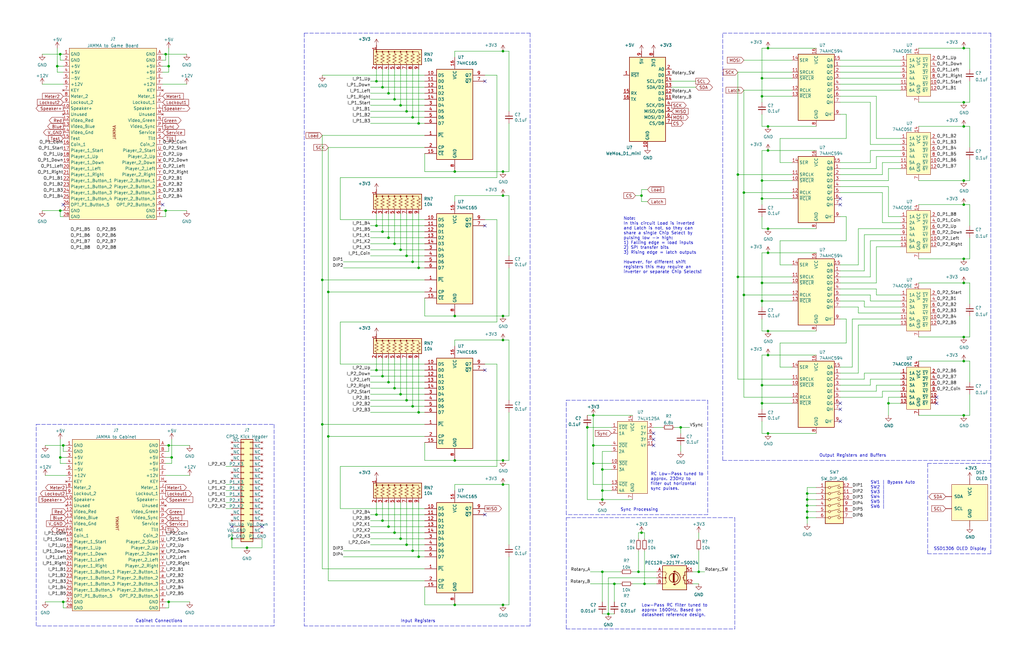
<source format=kicad_sch>
(kicad_sch (version 20211123) (generator eeschema)
  (paper "USLedger")
  (junction (at 259.08 246.38))
  (junction (at 271.78 246.38))
  (junction (at 163.83 100.33))
  (junction (at 406.4 109.22))
  (junction (at 406.4 53.34))
  (junction (at 161.29 158.75))
  (junction (at 321.31 40.64))
  (junction (at 406.4 20.32))
  (junction (at 176.53 113.03))
  (junction (at 168.91 105.41))
  (junction (at 161.29 219.71))
  (junction (at 250.19 195.58))
  (junction (at 321.31 127))
  (junction (at 163.83 39.37))
  (junction (at 69.85 88.9))
  (junction (at 71.12 187.96))
  (junction (at 406.4 86.36))
  (junction (at 406.4 152.4))
  (junction (at 26.67 187.96))
  (junction (at 313.69 124.46))
  (junction (at 168.91 166.37))
  (junction (at 212.09 82.55))
  (junction (at 166.37 41.91))
  (junction (at 171.45 229.87))
  (junction (at 222.25 345.44))
  (junction (at 321.31 83.82))
  (junction (at 212.09 255.27))
  (junction (at 340.36 208.28))
  (junction (at 254 210.82))
  (junction (at 323.85 106.68))
  (junction (at 161.29 36.83))
  (junction (at 250.19 187.96))
  (junction (at 166.37 163.83))
  (junction (at 270.51 82.55))
  (junction (at 256.54 259.08))
  (junction (at 173.99 232.41))
  (junction (at 321.31 170.18))
  (junction (at 25.4 22.86))
  (junction (at 173.99 171.45))
  (junction (at 406.4 142.24))
  (junction (at 25.4 193.04))
  (junction (at 97.79 227.33))
  (junction (at 168.91 227.33))
  (junction (at 173.99 110.49))
  (junction (at 323.85 96.52))
  (junction (at 247.65 180.34))
  (junction (at 191.77 255.27))
  (junction (at 135.89 118.11))
  (junction (at 323.85 182.88))
  (junction (at 340.36 215.9))
  (junction (at 171.45 168.91))
  (junction (at 158.75 217.17))
  (junction (at 191.77 194.31))
  (junction (at 340.36 218.44))
  (junction (at 26.67 254))
  (junction (at 323.85 139.7))
  (junction (at 138.43 123.19))
  (junction (at 254 207.01))
  (junction (at 406.4 76.2))
  (junction (at 212.09 143.51))
  (junction (at 374.65 170.18))
  (junction (at 321.31 162.56))
  (junction (at 171.45 107.95))
  (junction (at 104.14 231.14))
  (junction (at 406.4 175.26))
  (junction (at 171.45 46.99))
  (junction (at 406.4 119.38))
  (junction (at 176.53 173.99))
  (junction (at 163.83 222.25))
  (junction (at 212.09 194.31))
  (junction (at 173.99 49.53))
  (junction (at 294.64 241.3))
  (junction (at 323.85 20.32))
  (junction (at 222.25 309.88))
  (junction (at 323.85 63.5))
  (junction (at 269.24 241.3))
  (junction (at 158.75 156.21))
  (junction (at 25.4 88.9))
  (junction (at 168.91 44.45))
  (junction (at 166.37 102.87))
  (junction (at 287.02 180.34))
  (junction (at 71.12 254))
  (junction (at 24.13 27.94))
  (junction (at 138.43 184.15))
  (junction (at 250.19 175.26))
  (junction (at 158.75 95.25))
  (junction (at 212.09 21.59))
  (junction (at 191.77 72.39))
  (junction (at 176.53 52.07))
  (junction (at 321.31 33.02))
  (junction (at 340.36 210.82))
  (junction (at 135.89 179.07))
  (junction (at 72.39 193.04))
  (junction (at 321.31 76.2))
  (junction (at 163.83 161.29))
  (junction (at 212.09 133.35))
  (junction (at 321.31 119.38))
  (junction (at 158.75 34.29))
  (junction (at 161.29 97.79))
  (junction (at 406.4 43.18))
  (junction (at 212.09 204.47))
  (junction (at 166.37 224.79))
  (junction (at 311.15 73.66))
  (junction (at 340.36 213.36))
  (junction (at 71.12 27.94))
  (junction (at 69.85 22.86))
  (junction (at 254 241.3))
  (junction (at 311.15 116.84))
  (junction (at 212.09 72.39))
  (junction (at 176.53 234.95))
  (junction (at 323.85 149.86))
  (junction (at 191.77 133.35))
  (junction (at 313.69 81.28))
  (junction (at 270.51 224.79))
  (junction (at 323.85 53.34))
  (junction (at 254 198.12))
  (no_connect (at 204.47 217.17))
  (no_connect (at 394.97 170.18))
  (no_connect (at 394.97 167.64))
  (no_connect (at 196.85 294.64))
  (no_connect (at 209.55 294.64))
  (no_connect (at 196.85 330.2))
  (no_connect (at 209.55 330.2))
  (no_connect (at 26.67 86.36))
  (no_connect (at 68.58 86.36))
  (no_connect (at 110.49 222.25))
  (no_connect (at 97.79 222.25))
  (no_connect (at 354.33 170.18))
  (no_connect (at 354.33 172.72))
  (no_connect (at 354.33 83.82))
  (no_connect (at 354.33 86.36))
  (no_connect (at 354.33 177.8))
  (no_connect (at 204.47 95.25))
  (no_connect (at 204.47 34.29))
  (no_connect (at 204.47 156.21))
  (no_connect (at 275.59 182.88))
  (no_connect (at 275.59 187.96))
  (no_connect (at 275.59 185.42))
  (wire (pts (xy 408.94 109.22) (xy 408.94 100.33)))
  (wire (pts (xy 25.4 193.04) (xy 25.4 195.58)))
  (wire (pts (xy 156.21 36.83) (xy 161.29 36.83)))
  (wire (pts (xy 163.83 161.29) (xy 163.83 151.13)))
  (wire (pts (xy 334.01 83.82) (xy 321.31 83.82)))
  (wire (pts (xy 173.99 110.49) (xy 173.99 90.17)))
  (wire (pts (xy 257.81 195.58) (xy 250.19 195.58)))
  (wire (pts (xy 69.85 195.58) (xy 72.39 195.58)))
  (wire (pts (xy 156.21 171.45) (xy 173.99 171.45)))
  (wire (pts (xy 214.63 173.99) (xy 214.63 194.31)))
  (wire (pts (xy 68.58 25.4) (xy 69.85 25.4)))
  (polyline (pts (xy 180.34 281.94) (xy 226.06 281.94)))
  (wire (pts (xy 24.13 27.94) (xy 24.13 30.48)))
  (wire (pts (xy 193.04 304.8) (xy 196.85 304.8)))
  (wire (pts (xy 364.49 129.54) (xy 379.73 129.54)))
  (wire (pts (xy 328.93 101.6) (xy 328.93 111.76)))
  (wire (pts (xy 313.69 124.46) (xy 313.69 81.28)))
  (wire (pts (xy 311.15 160.02) (xy 311.15 116.84)))
  (wire (pts (xy 247.65 180.34) (xy 257.81 180.34)))
  (wire (pts (xy 269.24 232.41) (xy 269.24 241.3)))
  (wire (pts (xy 369.57 40.64) (xy 369.57 58.42)))
  (wire (pts (xy 321.31 134.62) (xy 321.31 139.7)))
  (polyline (pts (xy 128.27 13.97) (xy 223.52 13.97)))
  (wire (pts (xy 144.78 234.95) (xy 176.53 234.95)))
  (wire (pts (xy 179.07 179.07) (xy 135.89 179.07)))
  (wire (pts (xy 143.51 214.63) (xy 179.07 214.63)))
  (wire (pts (xy 68.58 91.44) (xy 69.85 91.44)))
  (wire (pts (xy 168.91 44.45) (xy 168.91 29.21)))
  (polyline (pts (xy 238.76 218.44) (xy 309.88 218.44)))
  (wire (pts (xy 163.83 39.37) (xy 179.07 39.37)))
  (wire (pts (xy 374.65 170.18) (xy 379.73 170.18)))
  (wire (pts (xy 17.78 35.56) (xy 26.67 35.56)))
  (wire (pts (xy 354.33 167.64) (xy 372.11 167.64)))
  (wire (pts (xy 372.11 93.98) (xy 379.73 93.98)))
  (wire (pts (xy 19.05 187.96) (xy 26.67 187.96)))
  (wire (pts (xy 69.85 25.4) (xy 69.85 22.86)))
  (wire (pts (xy 196.85 309.88) (xy 184.15 309.88)))
  (wire (pts (xy 69.85 88.9) (xy 78.74 88.9)))
  (wire (pts (xy 69.85 256.54) (xy 71.12 256.54)))
  (wire (pts (xy 214.63 255.27) (xy 212.09 255.27)))
  (wire (pts (xy 344.17 106.68) (xy 323.85 106.68)))
  (wire (pts (xy 193.04 332.74) (xy 196.85 332.74)))
  (wire (pts (xy 344.17 20.32) (xy 323.85 20.32)))
  (wire (pts (xy 328.93 144.78) (xy 328.93 154.94)))
  (wire (pts (xy 323.85 96.52) (xy 321.31 96.52)))
  (wire (pts (xy 214.63 194.31) (xy 212.09 194.31)))
  (wire (pts (xy 367.03 60.96) (xy 367.03 43.18)))
  (wire (pts (xy 166.37 163.83) (xy 179.07 163.83)))
  (wire (pts (xy 276.86 243.84) (xy 256.54 243.84)))
  (wire (pts (xy 69.85 254) (xy 71.12 254)))
  (wire (pts (xy 209.55 31.75) (xy 209.55 74.93)))
  (wire (pts (xy 191.77 194.31) (xy 179.07 194.31)))
  (wire (pts (xy 156.21 107.95) (xy 171.45 107.95)))
  (wire (pts (xy 287.02 180.34) (xy 290.83 180.34)))
  (wire (pts (xy 321.31 83.82) (xy 321.31 76.2)))
  (wire (pts (xy 387.35 20.32) (xy 406.4 20.32)))
  (wire (pts (xy 259.08 246.38) (xy 261.62 246.38)))
  (wire (pts (xy 313.69 38.1) (xy 334.01 38.1)))
  (wire (pts (xy 25.4 88.9) (xy 26.67 88.9)))
  (wire (pts (xy 204.47 153.67) (xy 209.55 153.67)))
  (wire (pts (xy 72.39 195.58) (xy 72.39 193.04)))
  (wire (pts (xy 191.77 143.51) (xy 212.09 143.51)))
  (polyline (pts (xy 391.16 233.68) (xy 391.16 195.58)))
  (wire (pts (xy 257.81 204.47) (xy 250.19 204.47)))
  (wire (pts (xy 214.63 21.59) (xy 214.63 46.99)))
  (wire (pts (xy 344.17 63.5) (xy 323.85 63.5)))
  (wire (pts (xy 387.35 119.38) (xy 406.4 119.38)))
  (wire (pts (xy 163.83 100.33) (xy 179.07 100.33)))
  (wire (pts (xy 270.51 80.01) (xy 273.05 80.01)))
  (wire (pts (xy 356.87 58.42) (xy 328.93 58.42)))
  (wire (pts (xy 191.77 72.39) (xy 179.07 72.39)))
  (wire (pts (xy 311.15 73.66) (xy 334.01 73.66)))
  (wire (pts (xy 69.85 22.86) (xy 78.74 22.86)))
  (wire (pts (xy 247.65 210.82) (xy 254 210.82)))
  (wire (pts (xy 193.04 292.1) (xy 196.85 292.1)))
  (wire (pts (xy 209.55 342.9) (xy 213.36 342.9)))
  (wire (pts (xy 26.67 254) (xy 27.94 254)))
  (wire (pts (xy 156.21 158.75) (xy 161.29 158.75)))
  (wire (pts (xy 266.7 241.3) (xy 269.24 241.3)))
  (wire (pts (xy 372.11 68.58) (xy 379.73 68.58)))
  (wire (pts (xy 356.87 134.62) (xy 356.87 144.78)))
  (wire (pts (xy 406.4 76.2) (xy 408.94 76.2)))
  (wire (pts (xy 369.57 58.42) (xy 379.73 58.42)))
  (wire (pts (xy 69.85 193.04) (xy 72.39 193.04)))
  (wire (pts (xy 354.33 71.12) (xy 369.57 71.12)))
  (wire (pts (xy 248.92 241.3) (xy 254 241.3)))
  (wire (pts (xy 408.94 86.36) (xy 408.94 95.25)))
  (wire (pts (xy 354.33 129.54) (xy 361.95 129.54)))
  (wire (pts (xy 68.58 22.86) (xy 69.85 22.86)))
  (wire (pts (xy 191.77 21.59) (xy 212.09 21.59)))
  (wire (pts (xy 313.69 25.4) (xy 334.01 25.4)))
  (wire (pts (xy 161.29 158.75) (xy 179.07 158.75)))
  (wire (pts (xy 158.75 95.25) (xy 179.07 95.25)))
  (wire (pts (xy 25.4 185.42) (xy 25.4 193.04)))
  (wire (pts (xy 257.81 187.96) (xy 250.19 187.96)))
  (wire (pts (xy 143.51 196.85) (xy 143.51 214.63)))
  (wire (pts (xy 193.04 335.28) (xy 196.85 335.28)))
  (wire (pts (xy 161.29 219.71) (xy 179.07 219.71)))
  (wire (pts (xy 344.17 149.86) (xy 323.85 149.86)))
  (wire (pts (xy 179.07 62.23) (xy 138.43 62.23)))
  (wire (pts (xy 209.55 307.34) (xy 213.36 307.34)))
  (wire (pts (xy 209.55 345.44) (xy 222.25 345.44)))
  (wire (pts (xy 173.99 49.53) (xy 173.99 29.21)))
  (wire (pts (xy 354.33 160.02) (xy 364.49 160.02)))
  (wire (pts (xy 209.55 74.93) (xy 143.51 74.93)))
  (wire (pts (xy 354.33 162.56) (xy 367.03 162.56)))
  (wire (pts (xy 283.21 36.83) (xy 293.37 36.83)))
  (wire (pts (xy 367.03 43.18) (xy 354.33 43.18)))
  (wire (pts (xy 193.04 342.9) (xy 196.85 342.9)))
  (wire (pts (xy 179.07 133.35) (xy 179.07 125.73)))
  (wire (pts (xy 144.78 232.41) (xy 173.99 232.41)))
  (wire (pts (xy 166.37 41.91) (xy 179.07 41.91)))
  (wire (pts (xy 344.17 139.7) (xy 323.85 139.7)))
  (wire (pts (xy 95.25 204.47) (xy 97.79 204.47)))
  (wire (pts (xy 193.04 325.12) (xy 196.85 325.12)))
  (wire (pts (xy 95.25 214.63) (xy 97.79 214.63)))
  (wire (pts (xy 156.21 166.37) (xy 168.91 166.37)))
  (wire (pts (xy 340.36 210.82) (xy 340.36 213.36)))
  (wire (pts (xy 173.99 232.41) (xy 173.99 212.09)))
  (polyline (pts (xy 238.76 217.17) (xy 238.76 168.91)))
  (wire (pts (xy 156.21 168.91) (xy 171.45 168.91)))
  (wire (pts (xy 179.07 194.31) (xy 179.07 186.69)))
  (wire (pts (xy 209.55 327.66) (xy 213.36 327.66)))
  (wire (pts (xy 156.21 52.07) (xy 176.53 52.07)))
  (wire (pts (xy 193.04 307.34) (xy 196.85 307.34)))
  (wire (pts (xy 68.58 88.9) (xy 69.85 88.9)))
  (wire (pts (xy 406.4 109.22) (xy 408.94 109.22)))
  (wire (pts (xy 374.65 167.64) (xy 379.73 167.64)))
  (wire (pts (xy 379.73 99.06) (xy 364.49 99.06)))
  (wire (pts (xy 344.17 96.52) (xy 323.85 96.52)))
  (wire (pts (xy 356.87 101.6) (xy 328.93 101.6)))
  (wire (pts (xy 166.37 41.91) (xy 166.37 29.21)))
  (wire (pts (xy 334.01 116.84) (xy 311.15 116.84)))
  (wire (pts (xy 387.35 86.36) (xy 406.4 86.36)))
  (wire (pts (xy 369.57 124.46) (xy 379.73 124.46)))
  (wire (pts (xy 209.55 337.82) (xy 222.25 337.82)))
  (wire (pts (xy 212.09 72.39) (xy 191.77 72.39)))
  (polyline (pts (xy 115.57 179.07) (xy 115.57 264.16)))
  (wire (pts (xy 25.4 25.4) (xy 25.4 22.86)))
  (polyline (pts (xy 391.16 195.58) (xy 417.83 195.58)))
  (wire (pts (xy 156.21 227.33) (xy 168.91 227.33)))
  (wire (pts (xy 173.99 49.53) (xy 179.07 49.53)))
  (wire (pts (xy 271.78 232.41) (xy 271.78 246.38)))
  (wire (pts (xy 334.01 160.02) (xy 311.15 160.02)))
  (wire (pts (xy 69.85 200.66) (xy 80.01 200.66)))
  (wire (pts (xy 209.55 92.71) (xy 209.55 135.89)))
  (wire (pts (xy 354.33 114.3) (xy 364.49 114.3)))
  (wire (pts (xy 313.69 167.64) (xy 313.69 124.46)))
  (wire (pts (xy 156.21 100.33) (xy 163.83 100.33)))
  (wire (pts (xy 161.29 36.83) (xy 179.07 36.83)))
  (wire (pts (xy 364.49 160.02) (xy 364.49 157.48)))
  (wire (pts (xy 95.25 196.85) (xy 97.79 196.85)))
  (wire (pts (xy 176.53 212.09) (xy 176.53 234.95)))
  (wire (pts (xy 369.57 121.92) (xy 369.57 124.46)))
  (wire (pts (xy 156.21 156.21) (xy 158.75 156.21)))
  (wire (pts (xy 250.19 175.26) (xy 266.7 175.26)))
  (wire (pts (xy 334.01 170.18) (xy 321.31 170.18)))
  (wire (pts (xy 135.89 179.07) (xy 135.89 240.03)))
  (wire (pts (xy 168.91 227.33) (xy 168.91 212.09)))
  (wire (pts (xy 69.85 190.5) (xy 71.12 190.5)))
  (wire (pts (xy 367.03 127) (xy 379.73 127)))
  (wire (pts (xy 161.29 158.75) (xy 161.29 151.13)))
  (wire (pts (xy 168.91 105.41) (xy 179.07 105.41)))
  (polyline (pts (xy 304.8 13.97) (xy 417.83 13.97)))
  (wire (pts (xy 212.09 21.59) (xy 214.63 21.59)))
  (wire (pts (xy 334.01 167.64) (xy 313.69 167.64)))
  (wire (pts (xy 176.53 173.99) (xy 179.07 173.99)))
  (wire (pts (xy 168.91 166.37) (xy 179.07 166.37)))
  (wire (pts (xy 372.11 68.58) (xy 372.11 73.66)))
  (wire (pts (xy 266.7 246.38) (xy 271.78 246.38)))
  (wire (pts (xy 340.36 213.36) (xy 340.36 215.9)))
  (wire (pts (xy 193.04 297.18) (xy 196.85 297.18)))
  (wire (pts (xy 379.73 60.96) (xy 367.03 60.96)))
  (wire (pts (xy 259.08 246.38) (xy 259.08 254)))
  (wire (pts (xy 27.94 190.5) (xy 26.67 190.5)))
  (wire (pts (xy 257.81 207.01) (xy 254 207.01)))
  (polyline (pts (xy 304.8 194.31) (xy 304.8 13.97)))
  (wire (pts (xy 340.36 205.74) (xy 340.36 208.28)))
  (wire (pts (xy 209.55 299.72) (xy 213.36 299.72)))
  (wire (pts (xy 321.31 119.38) (xy 321.31 106.68)))
  (wire (pts (xy 212.09 204.47) (xy 214.63 204.47)))
  (wire (pts (xy 156.21 163.83) (xy 166.37 163.83)))
  (wire (pts (xy 406.4 142.24) (xy 408.94 142.24)))
  (wire (pts (xy 71.12 30.48) (xy 71.12 27.94)))
  (wire (pts (xy 294.64 241.3) (xy 297.18 241.3)))
  (wire (pts (xy 212.09 143.51) (xy 214.63 143.51)))
  (wire (pts (xy 179.07 57.15) (xy 135.89 57.15)))
  (wire (pts (xy 254 241.3) (xy 254 254)))
  (wire (pts (xy 191.77 204.47) (xy 191.77 207.01)))
  (wire (pts (xy 408.94 175.26) (xy 408.94 166.37)))
  (wire (pts (xy 364.49 157.48) (xy 379.73 157.48)))
  (wire (pts (xy 156.21 161.29) (xy 163.83 161.29)))
  (wire (pts (xy 270.51 85.09) (xy 273.05 85.09)))
  (wire (pts (xy 161.29 36.83) (xy 161.29 29.21)))
  (wire (pts (xy 214.63 82.55) (xy 214.63 107.95)))
  (wire (pts (xy 166.37 163.83) (xy 166.37 151.13)))
  (polyline (pts (xy 304.8 194.31) (xy 417.83 194.31)))
  (wire (pts (xy 143.51 153.67) (xy 179.07 153.67)))
  (wire (pts (xy 408.94 142.24) (xy 408.94 133.35)))
  (wire (pts (xy 374.65 167.64) (xy 374.65 170.18)))
  (wire (pts (xy 144.78 113.03) (xy 176.53 113.03)))
  (polyline (pts (xy 417.83 195.58) (xy 417.83 233.68)))
  (wire (pts (xy 171.45 168.91) (xy 179.07 168.91)))
  (wire (pts (xy 156.21 217.17) (xy 158.75 217.17)))
  (wire (pts (xy 71.12 256.54) (xy 71.12 254)))
  (polyline (pts (xy 238.76 168.91) (xy 298.45 168.91)))
  (wire (pts (xy 138.43 184.15) (xy 179.07 184.15)))
  (wire (pts (xy 71.12 187.96) (xy 80.01 187.96)))
  (wire (pts (xy 212.09 194.31) (xy 191.77 194.31)))
  (wire (pts (xy 270.51 85.09) (xy 270.51 82.55)))
  (wire (pts (xy 321.31 172.72) (xy 321.31 170.18)))
  (wire (pts (xy 254 190.5) (xy 254 198.12)))
  (wire (pts (xy 163.83 222.25) (xy 163.83 212.09)))
  (wire (pts (xy 193.04 340.36) (xy 196.85 340.36)))
  (wire (pts (xy 176.53 151.13) (xy 176.53 173.99)))
  (wire (pts (xy 138.43 245.11) (xy 179.07 245.11)))
  (wire (pts (xy 176.53 234.95) (xy 179.07 234.95)))
  (wire (pts (xy 354.33 78.74) (xy 374.65 78.74)))
  (wire (pts (xy 372.11 167.64) (xy 372.11 165.1)))
  (wire (pts (xy 166.37 224.79) (xy 179.07 224.79)))
  (wire (pts (xy 95.25 212.09) (xy 97.79 212.09)))
  (wire (pts (xy 247.65 175.26) (xy 250.19 175.26)))
  (wire (pts (xy 321.31 177.8) (xy 321.31 182.88)))
  (wire (pts (xy 158.75 217.17) (xy 179.07 217.17)))
  (wire (pts (xy 334.01 124.46) (xy 313.69 124.46)))
  (wire (pts (xy 408.94 53.34) (xy 408.94 62.23)))
  (wire (pts (xy 321.31 86.36) (xy 321.31 83.82)))
  (wire (pts (xy 387.35 152.4) (xy 406.4 152.4)))
  (wire (pts (xy 340.36 208.28) (xy 344.17 208.28)))
  (wire (pts (xy 26.67 27.94) (xy 24.13 27.94)))
  (wire (pts (xy 209.55 196.85) (xy 143.51 196.85)))
  (wire (pts (xy 95.25 207.01) (xy 97.79 207.01)))
  (wire (pts (xy 354.33 25.4) (xy 379.73 25.4)))
  (wire (pts (xy 71.12 254) (xy 80.01 254)))
  (wire (pts (xy 354.33 30.48) (xy 379.73 30.48)))
  (wire (pts (xy 270.51 82.55) (xy 270.51 80.01)))
  (wire (pts (xy 24.13 20.32) (xy 24.13 27.94)))
  (wire (pts (xy 214.63 143.51) (xy 214.63 168.91)))
  (polyline (pts (xy 15.24 179.07) (xy 115.57 179.07)))
  (wire (pts (xy 369.57 104.14) (xy 369.57 119.38)))
  (wire (pts (xy 367.03 162.56) (xy 367.03 160.02)))
  (wire (pts (xy 269.24 241.3) (xy 276.86 241.3)))
  (wire (pts (xy 156.21 224.79) (xy 166.37 224.79)))
  (wire (pts (xy 374.65 170.18) (xy 374.65 175.26)))
  (wire (pts (xy 171.45 46.99) (xy 171.45 29.21)))
  (wire (pts (xy 354.33 154.94) (xy 359.41 154.94)))
  (wire (pts (xy 204.47 92.71) (xy 209.55 92.71)))
  (polyline (pts (xy 391.16 233.68) (xy 417.83 233.68)))
  (wire (pts (xy 321.31 40.64) (xy 321.31 33.02)))
  (wire (pts (xy 250.19 195.58) (xy 250.19 187.96)))
  (wire (pts (xy 158.75 217.17) (xy 158.75 212.09)))
  (wire (pts (xy 214.63 113.03) (xy 214.63 133.35)))
  (wire (pts (xy 214.63 133.35) (xy 212.09 133.35)))
  (wire (pts (xy 156.21 34.29) (xy 158.75 34.29)))
  (wire (pts (xy 26.67 25.4) (xy 25.4 25.4)))
  (wire (pts (xy 27.94 256.54) (xy 26.67 256.54)))
  (wire (pts (xy 156.21 46.99) (xy 171.45 46.99)))
  (wire (pts (xy 406.4 20.32) (xy 408.94 20.32)))
  (wire (pts (xy 176.53 90.17) (xy 176.53 113.03)))
  (polyline (pts (xy 180.34 355.6) (xy 180.34 281.94)))
  (wire (pts (xy 379.73 96.52) (xy 361.95 96.52)))
  (wire (pts (xy 156.21 173.99) (xy 176.53 173.99)))
  (wire (pts (xy 193.04 289.56) (xy 196.85 289.56)))
  (wire (pts (xy 287.02 180.34) (xy 287.02 182.88)))
  (wire (pts (xy 25.4 91.44) (xy 25.4 88.9)))
  (wire (pts (xy 156.21 41.91) (xy 166.37 41.91)))
  (wire (pts (xy 212.09 133.35) (xy 191.77 133.35)))
  (wire (pts (xy 364.49 127) (xy 364.49 129.54)))
  (wire (pts (xy 176.53 113.03) (xy 179.07 113.03)))
  (wire (pts (xy 191.77 204.47) (xy 212.09 204.47)))
  (wire (pts (xy 26.67 190.5) (xy 26.67 187.96)))
  (wire (pts (xy 354.33 76.2) (xy 374.65 76.2)))
  (wire (pts (xy 340.36 208.28) (xy 340.36 210.82)))
  (wire (pts (xy 356.87 144.78) (xy 328.93 144.78)))
  (wire (pts (xy 184.15 345.44) (xy 196.85 345.44)))
  (wire (pts (xy 367.03 63.5) (xy 379.73 63.5)))
  (wire (pts (xy 359.41 134.62) (xy 379.73 134.62)))
  (wire (pts (xy 387.35 76.2) (xy 406.4 76.2)))
  (wire (pts (xy 408.94 152.4) (xy 408.94 161.29)))
  (wire (pts (xy 321.31 91.44) (xy 321.31 96.52)))
  (wire (pts (xy 26.67 91.44) (xy 25.4 91.44)))
  (wire (pts (xy 406.4 53.34) (xy 408.94 53.34)))
  (wire (pts (xy 156.21 97.79) (xy 161.29 97.79)))
  (wire (pts (xy 294.64 224.79) (xy 294.64 227.33)))
  (polyline (pts (xy 15.24 264.16) (xy 15.24 179.07)))
  (wire (pts (xy 321.31 127) (xy 321.31 119.38)))
  (wire (pts (xy 222.25 302.26) (xy 222.25 309.88)))
  (wire (pts (xy 379.73 101.6) (xy 367.03 101.6)))
  (wire (pts (xy 250.19 175.26) (xy 250.19 187.96)))
  (wire (pts (xy 361.95 132.08) (xy 379.73 132.08)))
  (wire (pts (xy 323.85 63.5) (xy 321.31 63.5)))
  (wire (pts (xy 267.97 82.55) (xy 270.51 82.55)))
  (wire (pts (xy 97.79 227.33) (xy 97.79 231.14)))
  (wire (pts (xy 156.21 229.87) (xy 171.45 229.87)))
  (wire (pts (xy 212.09 255.27) (xy 191.77 255.27)))
  (wire (pts (xy 328.93 68.58) (xy 334.01 68.58)))
  (wire (pts (xy 387.35 175.26) (xy 406.4 175.26)))
  (wire (pts (xy 359.41 154.94) (xy 359.41 134.62)))
  (wire (pts (xy 292.1 241.3) (xy 294.64 241.3)))
  (wire (pts (xy 68.58 27.94) (xy 71.12 27.94)))
  (wire (pts (xy 191.77 143.51) (xy 191.77 146.05)))
  (wire (pts (xy 344.17 182.88) (xy 323.85 182.88)))
  (wire (pts (xy 354.33 35.56) (xy 379.73 35.56)))
  (wire (pts (xy 214.63 204.47) (xy 214.63 229.87)))
  (wire (pts (xy 163.83 161.29) (xy 179.07 161.29)))
  (wire (pts (xy 158.75 95.25) (xy 158.75 90.17)))
  (wire (pts (xy 171.45 229.87) (xy 179.07 229.87)))
  (wire (pts (xy 209.55 289.56) (xy 213.36 289.56)))
  (wire (pts (xy 369.57 66.04) (xy 379.73 66.04)))
  (wire (pts (xy 26.67 30.48) (xy 24.13 30.48)))
  (wire (pts (xy 209.55 332.74) (xy 213.36 332.74)))
  (wire (pts (xy 27.94 193.04) (xy 25.4 193.04)))
  (wire (pts (xy 168.91 105.41) (xy 168.91 90.17)))
  (wire (pts (xy 354.33 127) (xy 364.49 127)))
  (wire (pts (xy 163.83 100.33) (xy 163.83 90.17)))
  (wire (pts (xy 334.01 33.02) (xy 321.31 33.02)))
  (wire (pts (xy 328.93 111.76) (xy 334.01 111.76)))
  (wire (pts (xy 367.03 68.58) (xy 367.03 63.5)))
  (wire (pts (xy 283.21 34.29) (xy 293.37 34.29)))
  (wire (pts (xy 17.78 88.9) (xy 25.4 88.9)))
  (wire (pts (xy 344.17 205.74) (xy 340.36 205.74)))
  (wire (pts (xy 171.45 107.95) (xy 171.45 90.17)))
  (wire (pts (xy 321.31 162.56) (xy 321.31 149.86)))
  (wire (pts (xy 269.24 224.79) (xy 270.51 224.79)))
  (polyline (pts (xy 238.76 265.43) (xy 238.76 218.44)))
  (wire (pts (xy 408.94 43.18) (xy 408.94 34.29)))
  (wire (pts (xy 158.75 156.21) (xy 158.75 151.13)))
  (wire (pts (xy 143.51 74.93) (xy 143.51 92.71)))
  (wire (pts (xy 374.65 91.44) (xy 379.73 91.44)))
  (wire (pts (xy 271.78 224.79) (xy 270.51 224.79)))
  (polyline (pts (xy 298.45 217.17) (xy 238.76 217.17)))
  (wire (pts (xy 387.35 142.24) (xy 406.4 142.24)))
  (wire (pts (xy 214.63 52.07) (xy 214.63 72.39)))
  (wire (pts (xy 340.36 215.9) (xy 344.17 215.9)))
  (wire (pts (xy 374.65 71.12) (xy 379.73 71.12)))
  (wire (pts (xy 168.91 227.33) (xy 179.07 227.33)))
  (wire (pts (xy 95.25 209.55) (xy 97.79 209.55)))
  (wire (pts (xy 138.43 184.15) (xy 138.43 245.11)))
  (wire (pts (xy 19.05 200.66) (xy 27.94 200.66)))
  (wire (pts (xy 97.79 224.79) (xy 97.79 227.33)))
  (wire (pts (xy 334.01 119.38) (xy 321.31 119.38)))
  (wire (pts (xy 356.87 48.26) (xy 356.87 58.42)))
  (wire (pts (xy 269.24 227.33) (xy 269.24 224.79)))
  (wire (pts (xy 354.33 27.94) (xy 379.73 27.94)))
  (wire (pts (xy 284.48 180.34) (xy 287.02 180.34)))
  (wire (pts (xy 158.75 34.29) (xy 179.07 34.29)))
  (wire (pts (xy 17.78 22.86) (xy 25.4 22.86)))
  (wire (pts (xy 311.15 116.84) (xy 311.15 73.66)))
  (wire (pts (xy 354.33 165.1) (xy 369.57 165.1)))
  (wire (pts (xy 138.43 62.23) (xy 138.43 123.19)))
  (wire (pts (xy 334.01 76.2) (xy 321.31 76.2)))
  (wire (pts (xy 156.21 95.25) (xy 158.75 95.25)))
  (polyline (pts (xy 309.88 218.44) (xy 309.88 265.43)))
  (wire (pts (xy 254 210.82) (xy 266.7 210.82)))
  (wire (pts (xy 321.31 129.54) (xy 321.31 127)))
  (wire (pts (xy 292.1 246.38) (xy 294.64 246.38)))
  (wire (pts (xy 163.83 39.37) (xy 163.83 29.21)))
  (wire (pts (xy 209.55 309.88) (xy 222.25 309.88)))
  (wire (pts (xy 406.4 86.36) (xy 408.94 86.36)))
  (wire (pts (xy 254 259.08) (xy 256.54 259.08)))
  (wire (pts (xy 256.54 259.08) (xy 259.08 259.08)))
  (wire (pts (xy 323.85 20.32) (xy 321.31 20.32)))
  (wire (pts (xy 271.78 227.33) (xy 271.78 224.79)))
  (wire (pts (xy 156.21 102.87) (xy 166.37 102.87)))
  (wire (pts (xy 222.25 337.82) (xy 222.25 345.44)))
  (polyline (pts (xy 226.06 281.94) (xy 226.06 355.6)))
  (wire (pts (xy 340.36 218.44) (xy 344.17 218.44)))
  (wire (pts (xy 387.35 109.22) (xy 406.4 109.22)))
  (wire (pts (xy 254 207.01) (xy 254 210.82)))
  (wire (pts (xy 135.89 118.11) (xy 135.89 57.15)))
  (polyline (pts (xy 298.45 168.91) (xy 298.45 217.17)))
  (wire (pts (xy 271.78 246.38) (xy 276.86 246.38)))
  (wire (pts (xy 340.36 210.82) (xy 344.17 210.82)))
  (wire (pts (xy 321.31 48.26) (xy 321.31 53.34)))
  (wire (pts (xy 361.95 129.54) (xy 361.95 132.08)))
  (wire (pts (xy 256.54 243.84) (xy 256.54 259.08)))
  (polyline (pts (xy 128.27 13.97) (xy 128.27 264.16)))
  (wire (pts (xy 294.64 232.41) (xy 294.64 241.3)))
  (wire (pts (xy 214.63 234.95) (xy 214.63 255.27)))
  (wire (pts (xy 191.77 82.55) (xy 212.09 82.55)))
  (wire (pts (xy 334.01 162.56) (xy 321.31 162.56)))
  (wire (pts (xy 173.99 232.41) (xy 179.07 232.41)))
  (wire (pts (xy 168.91 44.45) (xy 179.07 44.45)))
  (wire (pts (xy 354.33 81.28) (xy 372.11 81.28)))
  (wire (pts (xy 387.35 53.34) (xy 406.4 53.34)))
  (wire (pts (xy 344.17 53.34) (xy 323.85 53.34)))
  (wire (pts (xy 156.21 219.71) (xy 161.29 219.71)))
  (wire (pts (xy 156.21 105.41) (xy 168.91 105.41)))
  (wire (pts (xy 191.77 82.55) (xy 191.77 85.09)))
  (wire (pts (xy 340.36 218.44) (xy 340.36 220.98)))
  (wire (pts (xy 209.55 153.67) (xy 209.55 196.85)))
  (wire (pts (xy 158.75 156.21) (xy 179.07 156.21)))
  (wire (pts (xy 176.53 52.07) (xy 179.07 52.07)))
  (wire (pts (xy 161.29 97.79) (xy 161.29 90.17)))
  (wire (pts (xy 354.33 91.44) (xy 356.87 91.44)))
  (wire (pts (xy 19.05 254) (xy 26.67 254)))
  (wire (pts (xy 328.93 58.42) (xy 328.93 68.58)))
  (wire (pts (xy 354.33 121.92) (xy 369.57 121.92)))
  (wire (pts (xy 323.85 182.88) (xy 321.31 182.88)))
  (wire (pts (xy 179.07 72.39) (xy 179.07 64.77)))
  (wire (pts (xy 354.33 116.84) (xy 367.03 116.84)))
  (wire (pts (xy 406.4 152.4) (xy 408.94 152.4)))
  (wire (pts (xy 369.57 119.38) (xy 354.33 119.38)))
  (wire (pts (xy 173.99 171.45) (xy 179.07 171.45)))
  (wire (pts (xy 354.33 111.76) (xy 361.95 111.76)))
  (wire (pts (xy 369.57 165.1) (xy 369.57 162.56)))
  (wire (pts (xy 72.39 193.04) (xy 72.39 185.42)))
  (wire (pts (xy 171.45 46.99) (xy 179.07 46.99)))
  (wire (pts (xy 191.77 21.59) (xy 191.77 24.13)))
  (wire (pts (xy 334.01 40.64) (xy 321.31 40.64)))
  (wire (pts (xy 247.65 180.34) (xy 247.65 210.82)))
  (wire (pts (xy 209.55 135.89) (xy 143.51 135.89)))
  (wire (pts (xy 367.03 101.6) (xy 367.03 116.84)))
  (wire (pts (xy 408.94 119.38) (xy 408.94 128.27)))
  (wire (pts (xy 334.01 81.28) (xy 313.69 81.28)))
  (wire (pts (xy 193.04 299.72) (xy 196.85 299.72)))
  (wire (pts (xy 209.55 340.36) (xy 213.36 340.36)))
  (wire (pts (xy 367.03 124.46) (xy 367.03 127)))
  (wire (pts (xy 161.29 219.71) (xy 161.29 212.09)))
  (wire (pts (xy 179.07 118.11) (xy 135.89 118.11)))
  (wire (pts (xy 354.33 48.26) (xy 356.87 48.26)))
  (wire (pts (xy 26.67 256.54) (xy 26.67 254)))
  (wire (pts (xy 110.49 231.14) (xy 104.14 231.14)))
  (wire (pts (xy 367.03 160.02) (xy 379.73 160.02)))
  (wire (pts (xy 254 198.12) (xy 257.81 198.12)))
  (wire (pts (xy 144.78 110.49) (xy 173.99 110.49)))
  (wire (pts (xy 340.36 213.36) (xy 344.17 213.36)))
  (wire (pts (xy 364.49 99.06) (xy 364.49 114.3)))
  (wire (pts (xy 321.31 76.2) (xy 321.31 63.5)))
  (wire (pts (xy 323.85 139.7) (xy 321.31 139.7)))
  (wire (pts (xy 354.33 40.64) (xy 369.57 40.64)))
  (wire (pts (xy 68.58 30.48) (xy 71.12 30.48)))
  (wire (pts (xy 374.65 71.12) (xy 374.65 76.2)))
  (wire (pts (xy 171.45 168.91) (xy 171.45 151.13)))
  (wire (pts (xy 257.81 190.5) (xy 254 190.5)))
  (polyline (pts (xy 238.76 265.43) (xy 309.88 265.43)))
  (wire (pts (xy 161.29 97.79) (xy 179.07 97.79)))
  (polyline (pts (xy 226.06 355.6) (xy 180.34 355.6)))
  (wire (pts (xy 212.09 82.55) (xy 214.63 82.55)))
  (wire (pts (xy 156.21 39.37) (xy 163.83 39.37)))
  (wire (pts (xy 323.85 53.34) (xy 321.31 53.34)))
  (wire (pts (xy 171.45 229.87) (xy 171.45 212.09)))
  (wire (pts (xy 374.65 78.74) (xy 374.65 91.44)))
  (wire (pts (xy 406.4 175.26) (xy 408.94 175.26)))
  (wire (pts (xy 408.94 76.2) (xy 408.94 67.31)))
  (polyline (pts (xy 115.57 264.16) (xy 15.24 264.16)))
  (wire (pts (xy 311.15 30.48) (xy 311.15 73.66)))
  (wire (pts (xy 387.35 43.18) (xy 406.4 43.18)))
  (wire (pts (xy 25.4 22.86) (xy 26.67 22.86)))
  (wire (pts (xy 379.73 104.14) (xy 369.57 104.14)))
  (wire (pts (xy 171.45 107.95) (xy 179.07 107.95)))
  (wire (pts (xy 408.94 20.32) (xy 408.94 29.21)))
  (wire (pts (xy 328.93 154.94) (xy 334.01 154.94)))
  (wire (pts (xy 193.04 337.82) (xy 196.85 337.82)))
  (wire (pts (xy 209.55 292.1) (xy 213.36 292.1)))
  (wire (pts (xy 323.85 149.86) (xy 321.31 149.86)))
  (wire (pts (xy 406.4 119.38) (xy 408.94 119.38)))
  (wire (pts (xy 156.21 222.25) (xy 163.83 222.25)))
  (wire (pts (xy 321.31 170.18) (xy 321.31 162.56)))
  (wire (pts (xy 191.77 255.27) (xy 179.07 255.27)))
  (wire (pts (xy 69.85 91.44) (xy 69.85 88.9)))
  (wire (pts (xy 27.94 195.58) (xy 25.4 195.58)))
  (wire (pts (xy 354.33 157.48) (xy 361.95 157.48)))
  (wire (pts (xy 254 207.01) (xy 254 198.12)))
  (wire (pts (xy 166.37 102.87) (xy 179.07 102.87)))
  (wire (pts (xy 354.33 33.02) (xy 379.73 33.02)))
  (wire (pts (xy 68.58 35.56) (xy 78.74 35.56)))
  (wire (pts (xy 69.85 187.96) (xy 71.12 187.96)))
  (wire (pts (xy 354.33 124.46) (xy 367.03 124.46)))
  (wire (pts (xy 163.83 222.25) (xy 179.07 222.25)))
  (wire (pts (xy 209.55 335.28) (xy 213.36 335.28)))
  (wire (pts (xy 166.37 224.79) (xy 166.37 212.09)))
  (wire (pts (xy 275.59 180.34) (xy 279.4 180.34)))
  (wire (pts (xy 138.43 123.19) (xy 138.43 184.15)))
  (wire (pts (xy 354.33 73.66) (xy 372.11 73.66)))
  (wire (pts (xy 287.02 187.96) (xy 287.02 190.5)))
  (polyline (pts (xy 417.83 13.97) (xy 417.83 194.31)))
  (wire (pts (xy 334.01 127) (xy 321.31 127)))
  (wire (pts (xy 209.55 325.12) (xy 213.36 325.12)))
  (wire (pts (xy 143.51 135.89) (xy 143.51 153.67)))
  (wire (pts (xy 361.95 157.48) (xy 361.95 137.16)))
  (wire (pts (xy 372.11 81.28) (xy 372.11 93.98)))
  (wire (pts (xy 26.67 187.96) (xy 27.94 187.96)))
  (wire (pts (xy 193.04 327.66) (xy 196.85 327.66)))
  (wire (pts (xy 176.53 29.21) (xy 176.53 52.07)))
  (wire (pts (xy 97.79 231.14) (xy 104.14 231.14)))
  (polyline (pts (xy 223.52 264.16) (xy 128.27 264.16)))
  (wire (pts (xy 354.33 38.1) (xy 379.73 38.1)))
  (wire (pts (xy 369.57 162.56) (xy 379.73 162.56)))
  (wire (pts (xy 156.21 49.53) (xy 173.99 49.53)))
  (wire (pts (xy 321.31 43.18) (xy 321.31 40.64)))
  (wire (pts (xy 369.57 66.04) (xy 369.57 71.12)))
  (wire (pts (xy 406.4 43.18) (xy 408.94 43.18)))
  (wire (pts (xy 356.87 91.44) (xy 356.87 101.6)))
  (wire (pts (xy 156.21 44.45) (xy 168.91 44.45)))
  (wire (pts (xy 372.11 165.1) (xy 379.73 165.1)))
  (wire (pts (xy 209.55 302.26) (xy 222.25 302.26)))
  (wire (pts (xy 71.12 190.5) (xy 71.12 187.96)))
  (wire (pts (xy 135.89 31.75) (xy 179.07 31.75)))
  (wire (pts (xy 209.55 297.18) (xy 213.36 297.18)))
  (wire (pts (xy 214.63 72.39) (xy 212.09 72.39)))
  (wire (pts (xy 248.92 246.38) (xy 259.08 246.38)))
  (wire (pts (xy 173.99 171.45) (xy 173.99 151.13)))
  (polyline (pts (xy 223.52 13.97) (xy 223.52 264.16)))
  (wire (pts (xy 166.37 102.87) (xy 166.37 90.17)))
  (wire (pts (xy 340.36 215.9) (xy 340.36 218.44)))
  (wire (pts (xy 191.77 133.35) (xy 179.07 133.35)))
  (wire (pts (xy 71.12 27.94) (xy 71.12 20.32)))
  (wire (pts (xy 323.85 106.68) (xy 321.31 106.68)))
  (wire (pts (xy 179.07 240.03) (xy 135.89 240.03)))
  (wire (pts (xy 361.95 137.16) (xy 379.73 137.16)))
  (wire (pts (xy 135.89 118.11) (xy 135.89 179.07)))
  (wire (pts (xy 193.04 302.26) (xy 196.85 302.26)))
  (wire (pts (xy 354.33 68.58) (xy 367.03 68.58)))
  (wire (pts (xy 204.47 31.75) (xy 209.55 31.75)))
  (wire (pts (xy 250.19 204.47) (xy 250.19 195.58)))
  (wire (pts (xy 254 241.3) (xy 261.62 241.3)))
  (wire (pts (xy 354.33 134.62) (xy 356.87 134.62)))
  (wire (pts (xy 168.91 166.37) (xy 168.91 151.13)))
  (wire (pts (xy 173.99 110.49) (xy 179.07 110.49)))
  (wire (pts (xy 313.69 81.28) (xy 313.69 38.1)))
  (wire (pts (xy 143.51 92.71) (xy 179.07 92.71)))
  (wire (pts (xy 158.75 34.29) (xy 158.75 29.21)))
  (wire (pts (xy 361.95 96.52) (xy 361.95 111.76)))
  (wire (pts (xy 110.49 227.33) (xy 110.49 231.14)))
  (wire (pts (xy 179.07 255.27) (xy 179.07 247.65)))
  (wire (pts (xy 138.43 123.19) (xy 179.07 123.19)))
  (wire (pts (xy 334.01 30.48) (xy 311.15 30.48)))
  (wire (pts (xy 209.55 304.8) (xy 213.36 304.8)))
  (wire (pts (xy 321.31 33.02) (xy 321.31 20.32)))
  (text "Output Headers" (at 195.58 354.33 0) (effects (font (size 1.27 1.27)) (justify left bottom)))
  (text "RC Low-Pass tuned to \napprox. 230Hz to \nfilter out horizontal \nsync pulses." (at 274.32 207.01 0) (effects (font (size 1.27 1.27)) (justify left bottom)))
  (text "SW1 | Bypass Auto\nSW2 | \nSW3 | \nSW4 | \nSW5 | \nSW6 | " (at 367.03 214.63 0) (effects (font (size 1.27 1.27)) (justify left bottom)))
  (text "SSD1306 OLED Display" (at 393.7 232.41 0) (effects (font (size 1.27 1.27)) (justify left bottom)))
  (text "Cabinet Connections" (at 57.15 262.89 0) (effects (font (size 1.27 1.27)) (justify left bottom)))
  (text "Sync Processing" (at 261.62 215.9 0) (effects (font (size 1.27 1.27)) (justify left bottom)))
  (text "Note:\nIn this circuit Load is inverted \nand Latch is not, so they can \nshare a single Chip Select by \npulsing low -> high:\n1) Falling edge = load inputs\n2) SPI transfer bits\n3) Rising edge = latch outputs\n\nHowever, for different shift\nregisters this may require an\ninverter or separate Chip Selects!" (at 262.89 115.57 0) (effects (font (size 1.27 1.27)) (justify left bottom)))
  (text "Input Registers" (at 168.91 262.89 0) (effects (font (size 1.27 1.27)) (justify left bottom)))
  (text "Low-Pass RC filter tuned to\napprox 1600Hz. Based on\ndatasheet reference design." (at 270.51 260.35 0) (effects (font (size 1.27 1.27)) (justify left bottom)))
  (text "Output Registers and Buffers" (at 345.44 193.04 0) (effects (font (size 1.27 1.27)) (justify left bottom)))
  (label "O_P1_B4" (at 394.97 63.5 0))
  (label "O_P1_Start" (at 394.97 35.56 0))
  (label "I_P2_Left" (at 69.85 236.22 0))
  (label "DIP5" (at 359.41 215.9 0))
  (label "O_P2_B3" (at 213.36 335.28 0))
  (label "Rotary_SW" (at 283.21 31.75 0))
  (label "I_P1_Left" (at 156.21 39.37 180))
  (label "O_P2_B7" (at 40.64 102.87 0))
  (label "I_P1_Start" (at 27.94 228.6 180))
  (label "O_P2_B8" (at 394.97 162.56 0))
  (label "O_P1_B1" (at 394.97 38.1 0))
  (label "O_P1_B5" (at 213.36 304.8 0))
  (label "I_P1_B3" (at 27.94 246.38 180))
  (label "I_P1_B5" (at 27.94 251.46 180))
  (label "O_P2_Left" (at 394.97 101.6 0))
  (label "I_P2_B1" (at 69.85 241.3 0))
  (label "O_P2_Down" (at 394.97 99.06 0))
  (label "O_P1_Right" (at 394.97 33.02 0))
  (label "O_P1_B6" (at 394.97 68.58 0))
  (label "I_P1_Right" (at 27.94 238.76 180))
  (label "O_P1_Start" (at 26.67 63.5 180))
  (label "O_P1_Left" (at 394.97 30.48 0))
  (label "I_P2_B5" (at 156.21 219.71 180))
  (label "O_P2_B1" (at 394.97 127 0))
  (label "O_P2_Down" (at 68.58 68.58 0))
  (label "O_P1_Up" (at 26.67 66.04 180))
  (label "I_P1_K1" (at 95.25 209.55 180))
  (label "VSync" (at 290.83 180.34 0))
  (label "I_P2_K1" (at 95.25 212.09 180))
  (label "O_P2_Down" (at 213.36 325.12 0))
  (label "I_P2_Up" (at 69.85 231.14 0))
  (label "O_P2_Up" (at 68.58 66.04 0))
  (label "O_P1_Down" (at 26.67 68.58 180))
  (label "O_P1_Left" (at 26.67 71.12 180))
  (label "Rotary_A" (at 248.92 241.3 180))
  (label "I_P2_Right" (at 69.85 238.76 0))
  (label "I_P2_B1" (at 156.21 168.91 180))
  (label "O_P1_B7" (at 193.04 302.26 180))
  (label "O_P1_B7" (at 394.97 71.12 0))
  (label "I_P1_B1" (at 27.94 241.3 180))
  (label "O_P2_B4" (at 193.04 340.36 180))
  (label "I_P2_K1" (at 156.21 222.25 180))
  (label "O_P2_B1" (at 213.36 332.74 0))
  (label "I_P2_B5" (at 69.85 251.46 0))
  (label "O_P2_Coin" (at 394.97 165.1 0))
  (label "O_P1_B8" (at 394.97 91.44 0))
  (label "O_P1_B4" (at 193.04 304.8 180))
  (label "I_P2_B2" (at 69.85 243.84 0))
  (label "I_P2_K3" (at 95.25 196.85 180))
  (label "I_P1_Start" (at 156.21 44.45 180))
  (label "I_P1_K2" (at 156.21 102.87 180))
  (label "DIP4" (at 359.41 213.36 0))
  (label "I_P1_Coin" (at 27.94 226.06 180))
  (label "O_P1_B1" (at 26.67 76.2 180))
  (label "O_P1_Down" (at 394.97 27.94 0))
  (label "DIP3" (at 359.41 210.82 0))
  (label "O_P1_Right" (at 26.67 73.66 180))
  (label "O_P1_B3" (at 394.97 60.96 0))
  (label "O_P1_B7" (at 38.1 102.87 180))
  (label "I_P2_B3" (at 156.21 173.99 180))
  (label "I_P1_Down" (at 27.94 233.68 180))
  (label "Rotary_A" (at 283.21 39.37 0))
  (label "DIP4" (at 144.78 234.95 180))
  (label "O_P1_B3" (at 26.67 81.28 180))
  (label "O_P2_B2" (at 394.97 129.54 0))
  (label "O_P1_B4" (at 26.67 83.82 180))
  (label "I_P2_Start" (at 69.85 228.6 0))
  (label "I_P2_Left" (at 156.21 161.29 180))
  (label "I_P1_K3" (at 156.21 105.41 180))
  (label "O_P2_Right" (at 68.58 73.66 0))
  (label "I_P1_B2" (at 156.21 49.53 180))
  (label "O_P1_Right" (at 193.04 292.1 180))
  (label "I_P1_Left" (at 27.94 236.22 180))
  (label "I_P1_K1" (at 156.21 100.33 180))
  (label "I_P2_Down" (at 156.21 158.75 180))
  (label "DIP2" (at 359.41 208.28 0))
  (label "O_P1_B5" (at 394.97 66.04 0))
  (label "I_P2_Coin" (at 156.21 229.87 180))
  (label "O_P1_Up" (at 394.97 25.4 0))
  (label "DIP6" (at 359.41 218.44 0))
  (label "O_P1_B2" (at 394.97 58.42 0))
  (label "O_P2_B5" (at 213.36 340.36 0))
  (label "I_P2_Coin" (at 69.85 226.06 0))
  (label "O_P1_Coin" (at 26.67 60.96 180))
  (label "O_P2_B7" (at 193.04 337.82 180))
  (label "I_P2_B2" (at 156.21 171.45 180))
  (label "O_P1_B3" (at 213.36 299.72 0))
  (label "DIP3" (at 144.78 232.41 180))
  (label "Rotary_B" (at 248.92 246.38 180))
  (label "O_P1_B8" (at 38.1 105.41 180))
  (label "O_P2_B3" (at 394.97 132.08 0))
  (label "O_P2_B6" (at 40.64 100.33 0))
  (label "O_P2_B1" (at 68.58 76.2 0))
  (label "O_P2_B7" (at 394.97 160.02 0))
  (label "O_P1_B2" (at 193.04 299.72 180))
  (label "I_P1_B2" (at 27.94 243.84 180))
  (label "I_P1_B1" (at 156.21 46.99 180))
  (label "Rotary_SW" (at 297.18 241.3 0))
  (label "DIP1" (at 359.41 205.74 0))
  (label "O_P1_Start" (at 193.04 297.18 180))
  (label "I_P1_Up" (at 156.21 34.29 180))
  (label "I_P2_Down" (at 69.85 233.68 0))
  (label "O_P1_B1" (at 213.36 297.18 0))
  (label "O_P2_B2" (at 68.58 78.74 0))
  (label "I_P2_K3" (at 156.21 227.33 180))
  (label "I_P1_Right" (at 156.21 41.91 180))
  (label "I_P2_Right" (at 156.21 163.83 180))
  (label "DIP2" (at 144.78 113.03 180))
  (label "I_P2_K2" (at 95.25 214.63 180))
  (label "O_P2_B4" (at 68.58 83.82 0))
  (label "O_P2_B2" (at 193.04 335.28 180))
  (label "I_P2_Start" (at 156.21 166.37 180))
  (label "I_P1_Up" (at 27.94 231.14 180))
  (label "O_P2_B8" (at 40.64 105.41 0))
  (label "I_P1_Coin" (at 156.21 107.95 180))
  (label "O_P2_Right" (at 394.97 104.14 0))
  (label "O_P1_B6" (at 38.1 100.33 180))
  (label "O_P2_B5" (at 40.64 97.79 0))
  (label "I_P1_B5" (at 156.21 97.79 180))
  (label "O_P2_Up" (at 394.97 96.52 0))
  (label "O_P2_Left" (at 68.58 71.12 0))
  (label "O_P2_B4" (at 394.97 134.62 0))
  (label "O_P1_B5" (at 38.1 97.79 180))
  (label "DIP1" (at 144.78 110.49 180))
  (label "O_P2_Right" (at 193.04 327.66 180))
  (label "O_P2_B6" (at 193.04 342.9 180))
  (label "O_P1_Up" (at 193.04 289.56 180))
  (label "I_P1_B4" (at 27.94 248.92 180))
  (label "O_P1_B8" (at 213.36 307.34 0))
  (label "O_P2_B6" (at 394.97 157.48 0))
  (label "I_P1_B4" (at 156.21 95.25 180))
  (label "O_P2_Left" (at 213.36 327.66 0))
  (label "I_P1_K3" (at 95.25 204.47 180))
  (label "O_P1_Left" (at 213.36 292.1 0))
  (label "O_P2_B3" (at 68.58 81.28 0))
  (label "Rotary_B" (at 283.21 41.91 0))
  (label "I_P2_Up" (at 156.21 156.21 180))
  (label "O_P2_Coin" (at 68.58 60.96 0))
  (label "O_P1_Coin" (at 394.97 93.98 0))
  (label "O_P1_Down" (at 213.36 289.56 0))
  (label "I_P2_B4" (at 156.21 217.17 180))
  (label "I_P2_B3" (at 69.85 246.38 0))
  (label "I_P1_Down" (at 156.21 36.83 180))
  (label "O_P2_Start" (at 68.58 63.5 0))
  (label "O_P2_B5" (at 394.97 137.16 0))
  (label "O_P2_Start" (at 394.97 124.46 0))
  (label "O_P2_Start" (at 193.04 332.74 180))
  (label "I_P1_K2" (at 95.25 207.01 180))
  (label "I_P1_B3" (at 156.21 52.07 180))
  (label "O_P2_Up" (at 193.04 325.12 180))
  (label "O_P1_B2" (at 26.67 78.74 180))
  (label "O_P1_B6" (at 193.04 307.34 180))
  (label "I_P2_B4" (at 69.85 248.92 0))
  (label "O_P2_B8" (at 213.36 342.9 0))
  (label "I_P2_K2" (at 156.21 224.79 180))
  (global_label "Lockout2" (shape input) (at 26.67 43.18 180) (property "Intersheet References" "${INTERSHEET_REFS}" (effects hide)))
  (global_label "CS" (shape input) (at 267.97 82.55 180) (property "Intersheet References" "${INTERSHEET_REFS}" (effects hide)))
  (global_label "SDA" (shape bidirectional) (at 293.37 36.83 0) (property "Intersheet References" "${INTERSHEET_REFS}" (effects hide)))
  (global_label "MOSI" (shape input) (at 313.69 25.4 180) (property "Intersheet References" "${INTERSHEET_REFS}" (effects hide)))
  (global_label "Tilt" (shape output) (at 69.85 223.52 0) (property "Intersheet References" "${INTERSHEET_REFS}" (effects hide)))
  (global_label "Green" (shape input) (at 69.85 215.9 0) (property "Intersheet References" "${INTERSHEET_REFS}" (effects hide)))
  (global_label "SCK" (shape input) (at 311.15 30.48 180) (property "Intersheet References" "${INTERSHEET_REFS}" (effects hide)))
  (global_label "Lockout1" (shape input) (at 68.58 43.18 0) (property "Intersheet References" "${INTERSHEET_REFS}" (effects hide)))
  (global_label "Meter1" (shape output) (at 69.85 205.74 0) (property "Intersheet References" "${INTERSHEET_REFS}" (effects hide)))
  (global_label "Sync" (shape input) (at 69.85 218.44 0) (property "Intersheet References" "${INTERSHEET_REFS}" (effects hide)))
  (global_label "Green" (shape output) (at 68.58 50.8 0) (property "Intersheet References" "${INTERSHEET_REFS}" (effects hide)))
  (global_label "MISO" (shape output) (at 204.47 214.63 0) (property "Intersheet References" "${INTERSHEET_REFS}" (effects hide)))
  (global_label "Meter2" (shape output) (at 27.94 205.74 180) (property "Intersheet References" "${INTERSHEET_REFS}" (effects hide)))
  (global_label "Blue" (shape output) (at 26.67 53.34 180) (property "Intersheet References" "${INTERSHEET_REFS}" (effects hide)))
  (global_label "SCK" (shape output) (at 283.21 44.45 0) (property "Intersheet References" "${INTERSHEET_REFS}" (effects hide)))
  (global_label "Service" (shape input) (at 69.85 220.98 0) (property "Intersheet References" "${INTERSHEET_REFS}" (effects hide)))
  (global_label "Latch" (shape input) (at 273.05 85.09 0) (property "Intersheet References" "${INTERSHEET_REFS}" (effects hide)))
  (global_label "Lockout1" (shape output) (at 69.85 208.28 0) (property "Intersheet References" "${INTERSHEET_REFS}" (effects hide)))
  (global_label "Latch" (shape input) (at 313.69 38.1 180) (property "Intersheet References" "${INTERSHEET_REFS}" (effects hide)))
  (global_label "Speaker+" (shape output) (at 26.67 45.72 180) (property "Intersheet References" "${INTERSHEET_REFS}" (effects hide)))
  (global_label "MOSI" (shape output) (at 283.21 49.53 0) (property "Intersheet References" "${INTERSHEET_REFS}" (effects hide)))
  (global_label "Tilt" (shape input) (at 68.58 58.42 0) (property "Intersheet References" "${INTERSHEET_REFS}" (effects hide)))
  (global_label "CS" (shape output) (at 283.21 52.07 0) (property "Intersheet References" "${INTERSHEET_REFS}" (effects hide)))
  (global_label "Speaker-" (shape input) (at 69.85 210.82 0) (property "Intersheet References" "${INTERSHEET_REFS}" (effects hide)))
  (global_label "V_GND" (shape output) (at 26.67 55.88 180) (property "Intersheet References" "${INTERSHEET_REFS}" (effects hide)))
  (global_label "Speaker+" (shape input) (at 27.94 210.82 180) (property "Intersheet References" "${INTERSHEET_REFS}" (effects hide)))
  (global_label "Lockout2" (shape output) (at 27.94 208.28 180) (property "Intersheet References" "${INTERSHEET_REFS}" (effects hide)))
  (global_label "Meter2" (shape input) (at 26.67 40.64 180) (property "Intersheet References" "${INTERSHEET_REFS}" (effects hide)))
  (global_label "Blue" (shape input) (at 27.94 218.44 180) (property "Intersheet References" "${INTERSHEET_REFS}" (effects hide)))
  (global_label "Red" (shape output) (at 26.67 50.8 180) (property "Intersheet References" "${INTERSHEET_REFS}" (effects hide)))
  (global_label "SCK" (shape input) (at 138.43 62.23 180) (property "Intersheet References" "${INTERSHEET_REFS}" (effects hide)))
  (global_label "Speaker-" (shape output) (at 68.58 45.72 0) (property "Intersheet References" "${INTERSHEET_REFS}" (effects hide)))
  (global_label "V_GND" (shape input) (at 27.94 220.98 180) (property "Intersheet References" "${INTERSHEET_REFS}" (effects hide)))
  (global_label "Meter1" (shape input) (at 68.58 40.64 0) (property "Intersheet References" "${INTERSHEET_REFS}" (effects hide)))
  (global_label "Red" (shape input) (at 27.94 215.9 180) (property "Intersheet References" "${INTERSHEET_REFS}" (effects hide)))
  (global_label "MISO" (shape input) (at 283.21 46.99 0) (property "Intersheet References" "${INTERSHEET_REFS}" (effects hide)))
  (global_label "Sync" (shape input) (at 257.81 182.88 180) (property "Intersheet References" "${INTERSHEET_REFS}" (effects hide)))
  (global_label "Test" (shape output) (at 27.94 223.52 180) (property "Intersheet References" "${INTERSHEET_REFS}" (effects hide)))
  (global_label "SDA" (shape bidirectional) (at 398.78 209.55 180) (property "Intersheet References" "${INTERSHEET_REFS}" (effects hide)))
  (global_label "Test" (shape input) (at 26.67 58.42 180) (property "Intersheet References" "${INTERSHEET_REFS}" (effects hide)))
  (global_label "~{Load}" (shape input) (at 135.89 57.15 180) (property "Intersheet References" "${INTERSHEET_REFS}" (effects hide)))
  (global_label "Service" (shape input) (at 68.58 55.88 0) (property "Intersheet References" "${INTERSHEET_REFS}" (effects hide)))
  (global_label "SCL" (shape input) (at 398.78 214.63 180) (property "Intersheet References" "${INTERSHEET_REFS}" (effects hide)))
  (global_label "Sync" (shape output) (at 68.58 53.34 0) (property "Intersheet References" "${INTERSHEET_REFS}" (effects hide)))
  (global_label "SCL" (shape output) (at 293.37 34.29 0) (property "Intersheet References" "${INTERSHEET_REFS}" (effects hide)))
  (global_label "~{Load}" (shape input) (at 273.05 80.01 0) (property "Intersheet References" "${INTERSHEET_REFS}" (effects hide)))
  (symbol (lib_id "MCU_Module:WeMos_D1_mini") (at 273.05 41.91 0) (unit 1)
    (property "Reference" "U?" (at 265.43 62.23 0))
    (property "Value" "WeMos_D1_mini" (at 262.89 64.77 0))
    (property "Footprint" "Module:WEMOS_D1_mini_light" (effects hide))
    (property "Datasheet" "https://wiki.wemos.cc/products:d1:d1_mini#documentation" (effects hide))
  )
  (symbol (lib_id "Device:R_Network08_US") (at 168.91 24.13 0) (unit 1)
    (property "Reference" "RN?" (at 178.7652 22.9616 0) (effects (justify left)))
    (property "Value" "10k" (at 178.7652 25.273 0) (effects (justify left)))
    (property "Footprint" "Resistor_THT:R_Array_SIP9" (effects hide))
    (property "Datasheet" "http://www.vishay.com/docs/31509/csc.pdf" (effects hide))
  )
  (symbol (lib_id "ESP-In-De_Symbols:74AHC594") (at 344.17 35.56 0) (unit 1)
    (property "Reference" "U?" (at 345.44 19.05 0) (effects (justify left)))
    (property "Value" "74AHC594" (at 345.44 21.59 0) (effects (justify left)))
    (property "Datasheet" "https://www.ti.com/lit/ds/symlink/sn74ahc594.pdf?HQS=dis-dk-null-digikeymode-dsf-pf-null-wwe&ts=1614595140527" (effects hide))
  )
  (symbol (lib_id "ESP-In-De_Symbols:74AHC594") (at 344.17 78.74 0) (unit 1)
    (property "Reference" "U?" (at 345.44 62.23 0) (effects (justify left)))
    (property "Value" "74AHC594" (at 345.44 64.77 0) (effects (justify left)))
    (property "Datasheet" "https://www.ti.com/lit/ds/symlink/sn74ahc594.pdf?HQS=dis-dk-null-digikeymode-dsf-pf-null-wwe&ts=1614595140527" (effects hide))
  )
  (symbol (lib_id "ESP-In-De_Symbols:74AHC594") (at 344.17 121.92 0) (unit 1)
    (property "Reference" "U?" (at 345.44 105.41 0) (effects (justify left)))
    (property "Value" "74AHC594" (at 345.44 107.95 0) (effects (justify left)))
    (property "Datasheet" "https://www.ti.com/lit/ds/symlink/sn74ahc594.pdf?HQS=dis-dk-null-digikeymode-dsf-pf-null-wwe&ts=1614595140527" (effects hide))
  )
  (symbol (lib_id "74xx:74HC165") (at 191.77 46.99 0) (unit 1)
    (property "Reference" "U?" (at 194.31 24.13 0))
    (property "Value" "74HC165" (at 196.85 26.67 0))
    (property "Datasheet" "https://assets.nexperia.com/documents/data-sheet/74HC_HCT165.pdf" (effects hide))
  )
  (symbol (lib_id "power:GND") (at 273.05 62.23 0) (unit 1)
    (property "Reference" "#PWR?" (effects hide))
    (property "Value" "GND" (at 273.177 66.6242 0))
  )
  (symbol (lib_id "Device:R_Network08_US") (at 168.91 85.09 0) (unit 1)
    (property "Reference" "RN?" (at 178.7652 83.9216 0) (effects (justify left)))
    (property "Value" "10k" (at 178.7652 86.233 0) (effects (justify left)))
    (property "Footprint" "Resistor_THT:R_Array_SIP9" (effects hide))
    (property "Datasheet" "http://www.vishay.com/docs/31509/csc.pdf" (effects hide))
  )
  (symbol (lib_id "74xx:74HC165") (at 191.77 107.95 0) (unit 1)
    (property "Reference" "U?" (at 194.31 85.09 0))
    (property "Value" "74HC165" (at 196.85 87.63 0))
    (property "Datasheet" "https://assets.nexperia.com/documents/data-sheet/74HC_HCT165.pdf" (effects hide))
  )
  (symbol (lib_id "Device:R_Network08_US") (at 168.91 146.05 0) (unit 1)
    (property "Reference" "RN?" (at 178.7652 144.8816 0) (effects (justify left)))
    (property "Value" "10k" (at 178.7652 147.193 0) (effects (justify left)))
    (property "Footprint" "Resistor_THT:R_Array_SIP9" (effects hide))
    (property "Datasheet" "http://www.vishay.com/docs/31509/csc.pdf" (effects hide))
  )
  (symbol (lib_id "74xx:74HC165") (at 191.77 168.91 0) (unit 1)
    (property "Reference" "U?" (at 194.31 146.05 0))
    (property "Value" "74HC165" (at 196.85 148.59 0))
    (property "Datasheet" "https://assets.nexperia.com/documents/data-sheet/74HC_HCT165.pdf" (effects hide))
  )
  (symbol (lib_id "Device:R_Network08_US") (at 168.91 207.01 0) (unit 1)
    (property "Reference" "RN?" (at 178.7652 205.8416 0) (effects (justify left)))
    (property "Value" "10k" (at 178.7652 208.153 0) (effects (justify left)))
    (property "Footprint" "Resistor_THT:R_Array_SIP9" (effects hide))
    (property "Datasheet" "http://www.vishay.com/docs/31509/csc.pdf" (effects hide))
  )
  (symbol (lib_id "74xx:74HC165") (at 191.77 229.87 0) (unit 1)
    (property "Reference" "U?" (at 194.31 207.01 0))
    (property "Value" "74HC165" (at 196.85 209.55 0))
    (property "Datasheet" "https://assets.nexperia.com/documents/data-sheet/74HC_HCT165.pdf" (effects hide))
  )
  (symbol (lib_id "power:+3.3V") (at 275.59 21.59 0) (unit 1)
    (property "Reference" "#PWR?" (effects hide))
    (property "Value" "+3.3V" (at 280.67 19.05 0))
  )
  (symbol (lib_id "power:+5V") (at 270.51 21.59 0) (unit 1)
    (property "Reference" "#PWR?" (effects hide))
    (property "Value" "+5V" (at 265.43 19.05 0))
  )
  (symbol (lib_id "power:+3.3V") (at 212.09 21.59 0) (unit 1)
    (property "Reference" "#PWR?" (effects hide))
    (property "Value" "+3.3V" (at 207.01 19.05 0))
  )
  (symbol (lib_id "Device:C_Small") (at 214.63 49.53 0) (unit 1)
    (property "Reference" "C?" (at 216.9668 48.3616 0) (effects (justify left)))
    (property "Value" "0.1uF" (at 216.9668 50.673 0) (effects (justify left)))
  )
  (symbol (lib_id "power:+3.3V") (at 212.09 82.55 0) (unit 1)
    (property "Reference" "#PWR?" (effects hide))
    (property "Value" "+3.3V" (at 207.01 80.01 0))
  )
  (symbol (lib_id "Device:C_Small") (at 214.63 110.49 0) (unit 1)
    (property "Reference" "C?" (at 216.9668 109.3216 0) (effects (justify left)))
    (property "Value" "0.1uF" (at 216.9668 111.633 0) (effects (justify left)))
  )
  (symbol (lib_id "power:+3.3V") (at 212.09 143.51 0) (unit 1)
    (property "Reference" "#PWR?" (effects hide))
    (property "Value" "+3.3V" (at 207.01 140.97 0))
  )
  (symbol (lib_id "Device:C_Small") (at 214.63 171.45 0) (unit 1)
    (property "Reference" "C?" (at 216.9668 170.2816 0) (effects (justify left)))
    (property "Value" "0.1uF" (at 216.9668 172.593 0) (effects (justify left)))
  )
  (symbol (lib_id "power:+3.3V") (at 212.09 204.47 0) (unit 1)
    (property "Reference" "#PWR?" (effects hide))
    (property "Value" "+3.3V" (at 207.01 201.93 0))
  )
  (symbol (lib_id "Device:C_Small") (at 214.63 232.41 0) (unit 1)
    (property "Reference" "C?" (at 216.9668 231.2416 0) (effects (justify left)))
    (property "Value" "0.1uF" (at 216.9668 233.553 0) (effects (justify left)))
  )
  (symbol (lib_id "power:+3.3V") (at 158.75 140.97 0) (unit 1)
    (property "Reference" "#PWR?" (effects hide))
    (property "Value" "+3.3V" (at 153.67 138.43 0))
  )
  (symbol (lib_id "power:+3.3V") (at 158.75 201.93 0) (unit 1)
    (property "Reference" "#PWR?" (effects hide))
    (property "Value" "+3.3V" (at 153.67 199.39 0))
  )
  (symbol (lib_id "power:+3.3V") (at 158.75 80.01 0) (unit 1)
    (property "Reference" "#PWR?" (effects hide))
    (property "Value" "+3.3V" (at 153.67 77.47 0))
  )
  (symbol (lib_id "power:+3.3V") (at 158.75 19.05 0) (unit 1)
    (property "Reference" "#PWR?" (effects hide))
    (property "Value" "+3.3V" (at 153.67 16.51 0))
  )
  (symbol (lib_id "ESP-In-De_Symbols:74AHC594") (at 344.17 165.1 0) (unit 1)
    (property "Reference" "U?" (at 345.44 148.59 0) (effects (justify left)))
    (property "Value" "74AHC594" (at 345.44 151.13 0) (effects (justify left)))
    (property "Datasheet" "https://www.ti.com/lit/ds/symlink/sn74ahc594.pdf?HQS=dis-dk-null-digikeymode-dsf-pf-null-wwe&ts=1614595140527" (effects hide))
  )
  (symbol (lib_id "power:+3.3V") (at 323.85 106.68 0) (unit 1)
    (property "Reference" "#PWR?" (effects hide))
    (property "Value" "+3.3V" (at 318.77 104.14 0))
  )
  (symbol (lib_id "power:GND") (at 323.85 139.7 0) (unit 1)
    (property "Reference" "#PWR?" (effects hide))
    (property "Value" "GND" (at 323.977 144.0942 0))
  )
  (symbol (lib_id "Device:C_Small") (at 321.31 132.08 0) (unit 1)
    (property "Reference" "C?" (at 323.6468 130.9116 0) (effects (justify left)))
    (property "Value" "0.1uF" (at 323.6468 133.223 0) (effects (justify left)))
  )
  (symbol (lib_id "power:GND") (at 212.09 133.35 0) (unit 1)
    (property "Reference" "#PWR?" (effects hide))
    (property "Value" "GND" (at 212.217 137.7442 0))
  )
  (symbol (lib_id "power:GND") (at 212.09 194.31 0) (unit 1)
    (property "Reference" "#PWR?" (effects hide))
    (property "Value" "GND" (at 212.217 198.7042 0))
  )
  (symbol (lib_id "power:GND") (at 212.09 255.27 0) (unit 1)
    (property "Reference" "#PWR?" (effects hide))
    (property "Value" "GND" (at 212.217 259.6642 0))
  )
  (symbol (lib_id "power:GND") (at 212.09 72.39 0) (unit 1)
    (property "Reference" "#PWR?" (effects hide))
    (property "Value" "GND" (at 212.217 76.7842 0))
  )
  (symbol (lib_id "power:+3.3V") (at 323.85 149.86 0) (unit 1)
    (property "Reference" "#PWR?" (effects hide))
    (property "Value" "+3.3V" (at 318.77 147.32 0))
  )
  (symbol (lib_id "Device:C_Small") (at 321.31 175.26 0) (unit 1)
    (property "Reference" "C?" (at 323.6468 174.0916 0) (effects (justify left)))
    (property "Value" "0.1uF" (at 323.6468 176.403 0) (effects (justify left)))
  )
  (symbol (lib_id "power:GND") (at 323.85 182.88 0) (unit 1)
    (property "Reference" "#PWR?" (effects hide))
    (property "Value" "GND" (at 323.977 187.2742 0))
  )
  (symbol (lib_id "power:GND") (at 323.85 96.52 0) (unit 1)
    (property "Reference" "#PWR?" (effects hide))
    (property "Value" "GND" (at 323.977 100.9142 0))
  )
  (symbol (lib_id "Device:C_Small") (at 321.31 88.9 0) (unit 1)
    (property "Reference" "C?" (at 323.6468 87.7316 0) (effects (justify left)))
    (property "Value" "0.1uF" (at 323.6468 90.043 0) (effects (justify left)))
  )
  (symbol (lib_id "power:+3.3V") (at 323.85 63.5 0) (unit 1)
    (property "Reference" "#PWR?" (effects hide))
    (property "Value" "+3.3V" (at 318.77 60.96 0))
  )
  (symbol (lib_id "power:GND") (at 323.85 53.34 0) (unit 1)
    (property "Reference" "#PWR?" (effects hide))
    (property "Value" "GND" (at 323.977 57.7342 0))
  )
  (symbol (lib_id "Device:C_Small") (at 321.31 45.72 0) (unit 1)
    (property "Reference" "C?" (at 323.6468 44.5516 0) (effects (justify left)))
    (property "Value" "0.1uF" (at 323.6468 46.863 0) (effects (justify left)))
  )
  (symbol (lib_id "power:+3.3V") (at 323.85 20.32 0) (unit 1)
    (property "Reference" "#PWR?" (effects hide))
    (property "Value" "+3.3V" (at 318.77 17.78 0))
  )
  (symbol (lib_id "power:GND") (at 135.89 31.75 0) (unit 1)
    (property "Reference" "#PWR?" (effects hide))
    (property "Value" "GND" (at 136.017 36.1442 0))
  )
  (symbol (lib_id "ESP-In-De_Symbols:74AC05E") (at 387.35 30.48 0) (unit 1)
    (property "Reference" "U?" (at 384.81 19.05 0) (effects (justify right)))
    (property "Value" "74AC05E" (at 384.81 21.59 0) (effects (justify right)))
    (property "Datasheet" "https://www.ti.com/lit/ds/symlink/cd74ac05.pdf?HQS=dis-dk-null-digikeymode-dsf-pf-null-wwe&ts=1614651867807" (effects hide))
  )
  (symbol (lib_id "ESP-In-De_Symbols:Conn_20_Pin_Joystick") (at 201.93 299.72 0) (unit 1)
    (property "Reference" "J?" (at 203.2 283.845 0))
    (property "Value" "Player 1 Buttons" (at 203.2 286.1564 0))
    (property "Datasheet" "https://focusattack.com/20-pin-joystick-button-harness/" (effects hide))
  )
  (symbol (lib_id "power:+3.3V") (at 406.4 20.32 0) (unit 1)
    (property "Reference" "#PWR?" (effects hide))
    (property "Value" "+3.3V" (at 401.32 17.78 0))
  )
  (symbol (lib_id "power:GND") (at 406.4 43.18 0) (unit 1)
    (property "Reference" "#PWR?" (effects hide))
    (property "Value" "GND" (at 406.527 47.5742 0))
  )
  (symbol (lib_id "ESP-In-De_Symbols:Conn_20_Pin_Joystick") (at 201.93 335.28 0) (unit 1)
    (property "Reference" "J?" (at 203.2 319.405 0))
    (property "Value" "Player 2 Buttons" (at 203.2 321.7164 0))
    (property "Datasheet" "https://focusattack.com/20-pin-joystick-button-harness/" (effects hide))
  )
  (symbol (lib_id "power:GND") (at 222.25 345.44 0) (unit 1)
    (property "Reference" "#PWR?" (effects hide))
    (property "Value" "GND" (at 222.377 349.8342 0))
  )
  (symbol (lib_id "power:GND") (at 184.15 345.44 0) (unit 1)
    (property "Reference" "#PWR?" (effects hide))
    (property "Value" "GND" (at 184.277 349.8342 0))
  )
  (symbol (lib_id "power:GND") (at 222.25 309.88 0) (unit 1)
    (property "Reference" "#PWR?" (effects hide))
    (property "Value" "GND" (at 222.377 314.2742 0))
  )
  (symbol (lib_id "power:GND") (at 184.15 309.88 0) (unit 1)
    (property "Reference" "#PWR?" (effects hide))
    (property "Value" "GND" (at 184.277 314.2742 0))
  )
  (symbol (lib_id "ESP-In-De_Symbols:74AC05E") (at 387.35 63.5 0) (unit 1)
    (property "Reference" "U?" (at 384.81 52.07 0) (effects (justify right)))
    (property "Value" "74AC05E" (at 384.81 54.61 0) (effects (justify right)))
    (property "Datasheet" "https://www.ti.com/lit/ds/symlink/cd74ac05.pdf?HQS=dis-dk-null-digikeymode-dsf-pf-null-wwe&ts=1614651867807" (effects hide))
  )
  (symbol (lib_id "power:+3.3V") (at 406.4 53.34 0) (unit 1)
    (property "Reference" "#PWR?" (effects hide))
    (property "Value" "+3.3V" (at 401.32 50.8 0))
  )
  (symbol (lib_id "power:GND") (at 406.4 76.2 0) (unit 1)
    (property "Reference" "#PWR?" (effects hide))
    (property "Value" "GND" (at 406.527 80.5942 0))
  )
  (symbol (lib_id "ESP-In-De_Symbols:74AC05E") (at 387.35 96.52 0) (unit 1)
    (property "Reference" "U?" (at 384.81 85.09 0) (effects (justify right)))
    (property "Value" "74AC05E" (at 384.81 87.63 0) (effects (justify right)))
    (property "Datasheet" "https://www.ti.com/lit/ds/symlink/cd74ac05.pdf?HQS=dis-dk-null-digikeymode-dsf-pf-null-wwe&ts=1614651867807" (effects hide))
  )
  (symbol (lib_id "power:+3.3V") (at 406.4 86.36 0) (unit 1)
    (property "Reference" "#PWR?" (effects hide))
    (property "Value" "+3.3V" (at 401.32 83.82 0))
  )
  (symbol (lib_id "power:GND") (at 406.4 109.22 0) (unit 1)
    (property "Reference" "#PWR?" (effects hide))
    (property "Value" "GND" (at 406.527 113.6142 0))
  )
  (symbol (lib_id "ESP-In-De_Symbols:74AC05E") (at 387.35 129.54 0) (unit 1)
    (property "Reference" "U?" (at 384.81 118.11 0) (effects (justify right)))
    (property "Value" "74AC05E" (at 384.81 120.65 0) (effects (justify right)))
    (property "Datasheet" "https://www.ti.com/lit/ds/symlink/cd74ac05.pdf?HQS=dis-dk-null-digikeymode-dsf-pf-null-wwe&ts=1614651867807" (effects hide))
  )
  (symbol (lib_id "power:+3.3V") (at 406.4 119.38 0) (unit 1)
    (property "Reference" "#PWR?" (effects hide))
    (property "Value" "+3.3V" (at 401.32 116.84 0))
  )
  (symbol (lib_id "power:GND") (at 406.4 142.24 0) (unit 1)
    (property "Reference" "#PWR?" (effects hide))
    (property "Value" "GND" (at 406.527 146.6342 0))
  )
  (symbol (lib_id "ESP-In-De_Symbols:74AC05E") (at 387.35 162.56 0) (unit 1)
    (property "Reference" "U?" (at 384.81 151.13 0) (effects (justify right)))
    (property "Value" "74AC05E" (at 384.81 153.67 0) (effects (justify right)))
    (property "Datasheet" "https://www.ti.com/lit/ds/symlink/cd74ac05.pdf?HQS=dis-dk-null-digikeymode-dsf-pf-null-wwe&ts=1614651867807" (effects hide))
  )
  (symbol (lib_id "power:+3.3V") (at 406.4 152.4 0) (unit 1)
    (property "Reference" "#PWR?" (effects hide))
    (property "Value" "+3.3V" (at 401.32 149.86 0))
  )
  (symbol (lib_id "power:GND") (at 406.4 175.26 0) (unit 1)
    (property "Reference" "#PWR?" (effects hide))
    (property "Value" "GND" (at 406.527 179.6542 0))
  )
  (symbol (lib_id "power:GND") (at 374.65 175.26 0) (unit 1)
    (property "Reference" "#PWR?" (effects hide))
    (property "Value" "GND" (at 374.777 179.6542 0))
  )
  (symbol (lib_id "ESP-In-De_Symbols:SSD1306_OLED_Display") (at 408.94 212.09 0) (unit 1)
    (property "Reference" "DS?" (at 411.48 199.39 0) (effects (justify left)))
    (property "Value" "OLED" (at 411.48 201.93 0) (effects (justify left)))
  )
  (symbol (lib_id "power:+3.3V") (at 408.94 201.93 0) (unit 1)
    (property "Reference" "#PWR?" (effects hide))
    (property "Value" "+3.3V" (at 409.321 197.5358 0))
  )
  (symbol (lib_id "power:GND") (at 408.94 222.25 0) (unit 1)
    (property "Reference" "#PWR?" (effects hide))
    (property "Value" "GND" (at 409.067 226.6442 0))
  )
  (symbol (lib_id "power:+12V") (at 78.74 35.56 0) (unit 1)
    (property "Reference" "#PWR?" (effects hide))
    (property "Value" "+12V" (at 78.74 31.9555 0))
  )
  (symbol (lib_id "Device:R_Small") (at 281.94 180.34 90) (unit 1)
    (property "Reference" "R?" (at 281.94 175.6369 90))
    (property "Value" "6.8k" (at 281.94 178.412 90))
  )
  (symbol (lib_id "Switch:SW_DIP_x06") (at 351.79 213.36 0) (unit 1)
    (property "Reference" "SW?" (at 351.79 199.2335 0))
    (property "Value" "SW_DIP_x06" (at 351.79 202.0086 0))
  )
  (symbol (lib_id "power:GND") (at 254 210.82 0) (unit 1)
    (property "Reference" "#PWR?" (effects hide))
    (property "Value" "GND" (at 254 215.3825 0))
  )
  (symbol (lib_id "power:GND") (at 80.01 187.96 0) (unit 1)
    (property "Reference" "#PWR?" (effects hide))
    (property "Value" "GND" (at 80.01 192.5225 0))
  )
  (symbol (lib_id "Device:R_Small") (at 264.16 241.3 90) (unit 1)
    (property "Reference" "R?" (at 264.16 236.5969 90))
    (property "Value" "10k" (at 264.16 239.372 90))
  )
  (symbol (lib_id "Device:C_Small") (at 408.94 31.75 0) (unit 1)
    (property "Reference" "C?" (at 411.2641 30.8478 0) (effects (justify left)))
    (property "Value" "0.1uF" (at 411.2641 33.6229 0) (effects (justify left)))
  )
  (symbol (lib_id "power:GND") (at 104.14 231.14 0) (unit 1)
    (property "Reference" "#PWR?" (effects hide))
    (property "Value" "GND" (at 104.14 235.7025 0))
  )
  (symbol (lib_id "Device:C_Small") (at 287.02 185.42 0) (unit 1)
    (property "Reference" "C?" (at 289.3568 184.2516 0) (effects (justify left)))
    (property "Value" "0.1uF" (at 289.3568 186.563 0) (effects (justify left)))
  )
  (symbol (lib_name "JAMMA_Edge_1") (lib_id "td_symbols:JAMMA_Edge") (at 30.48 185.42 0) (unit 1)
    (property "Reference" "J?" (at 48.895 181.5805 0))
    (property "Value" "JAMMA to Cabinet" (at 48.895 184.3556 0))
    (property "Footprint" "td-symbols:JAMMA" (effects hide))
  )
  (symbol (lib_id "power:+5V") (at 24.13 20.32 0) (unit 1)
    (property "Reference" "#PWR?" (effects hide))
    (property "Value" "+5V" (at 24.13 16.7155 0))
  )
  (symbol (lib_id "power:+12V") (at 17.78 35.56 0) (unit 1)
    (property "Reference" "#PWR?" (effects hide))
    (property "Value" "+12V" (at 17.78 31.9555 0))
  )
  (symbol (lib_id "power:GND") (at 340.36 220.98 0) (unit 1)
    (property "Reference" "#PWR?" (effects hide))
    (property "Value" "GND" (at 340.36 225.5425 0))
  )
  (symbol (lib_id "td_symbols:JAMMA_Edge") (at 29.21 20.32 0) (unit 1)
    (property "Reference" "J?" (at 47.625 16.4805 0))
    (property "Value" "JAMMA to Game Board" (at 47.625 19.2556 0))
    (property "Footprint" "td-symbols:JAMMA" (effects hide))
  )
  (symbol (lib_id "power:+12V") (at 80.01 200.66 0) (unit 1)
    (property "Reference" "#PWR?" (effects hide))
    (property "Value" "+12V" (at 80.01 197.0555 0))
  )
  (symbol (lib_id "Device:C_Small") (at 408.94 64.77 0) (unit 1)
    (property "Reference" "C?" (at 411.2641 63.8678 0) (effects (justify left)))
    (property "Value" "0.1uF" (at 411.2641 66.6429 0) (effects (justify left)))
  )
  (symbol (lib_id "power:GND") (at 80.01 254 0) (unit 1)
    (property "Reference" "#PWR?" (effects hide))
    (property "Value" "GND" (at 80.01 258.5625 0))
  )
  (symbol (lib_id "Device:R_Small") (at 271.78 229.87 0) (unit 1)
    (property "Reference" "R?" (at 273.05 228.6 0) (effects (justify left)))
    (property "Value" "10k" (at 273.05 231.14 0) (effects (justify left)))
  )
  (symbol (lib_id "Device:C_Small") (at 408.94 130.81 0) (unit 1)
    (property "Reference" "C?" (at 411.2641 129.9078 0) (effects (justify left)))
    (property "Value" "0.1uF" (at 411.2641 132.6829 0) (effects (justify left)))
  )
  (symbol (lib_id "power:GND") (at 294.64 246.38 0) (unit 1)
    (property "Reference" "#PWR?" (effects hide))
    (property "Value" "GND" (at 294.64 250.9425 0))
  )
  (symbol (lib_id "Device:C_Small") (at 254 256.54 0) (unit 1)
    (property "Reference" "C?" (at 251.46 255.27 0) (effects (justify right)))
    (property "Value" "0.01uF" (at 251.46 257.81 0) (effects (justify right)))
  )
  (symbol (lib_id "power:GND") (at 78.74 88.9 0) (unit 1)
    (property "Reference" "#PWR?" (effects hide))
    (property "Value" "GND" (at 78.74 93.4625 0))
  )
  (symbol (lib_id "power:GND") (at 17.78 88.9 0) (unit 1)
    (property "Reference" "#PWR?" (effects hide))
    (property "Value" "GND" (at 17.78 93.4625 0))
  )
  (symbol (lib_id "power:GND") (at 256.54 259.08 0) (unit 1)
    (property "Reference" "#PWR?" (effects hide))
    (property "Value" "GND" (at 256.54 263.6425 0))
  )
  (symbol (lib_id "power:GND") (at 78.74 22.86 0) (unit 1)
    (property "Reference" "#PWR?" (effects hide))
    (property "Value" "GND" (at 78.74 27.4225 0))
  )
  (symbol (lib_id "power:+5V") (at 71.12 20.32 0) (unit 1)
    (property "Reference" "#PWR?" (effects hide))
    (property "Value" "+5V" (at 71.12 16.7155 0))
  )
  (symbol (lib_id "Device:R_Small") (at 294.64 229.87 0) (unit 1)
    (property "Reference" "R?" (at 295.91 228.6 0) (effects (justify left)))
    (property "Value" "10k" (at 295.91 231.14 0) (effects (justify left)))
  )
  (symbol (lib_id "power:+3.3V") (at 270.51 224.79 0) (unit 1)
    (property "Reference" "#PWR?" (effects hide))
    (property "Value" "+3.3V" (at 270.51 221.1855 0))
  )
  (symbol (lib_id "power:+3.3V") (at 294.64 224.79 0) (unit 1)
    (property "Reference" "#PWR?" (effects hide))
    (property "Value" "+3.3V" (at 294.64 221.1855 0))
  )
  (symbol (lib_id "power:+12V") (at 19.05 200.66 0) (unit 1)
    (property "Reference" "#PWR?" (effects hide))
    (property "Value" "+12V" (at 19.05 197.0555 0))
  )
  (symbol (lib_id "Device:RotaryEncoder_Switch") (at 284.48 243.84 0) (unit 1)
    (property "Reference" "SW?" (at 284.48 234.7935 0))
    (property "Value" "PEC12R-2217F-S0024" (at 283.21 237.49 0))
  )
  (symbol (lib_id "ESP-In-De_Symbols:CPS2 Kick Header") (at 104.14 207.01 0) (unit 1)
    (property "Reference" "J?" (at 104.14 181.4535 0))
    (property "Value" "CPS2 Kick Header" (at 104.14 184.2286 0))
    (property "Datasheet" "https://www.digikey.com/en/products/detail/hirose-electric-co-ltd/DF1BZ-34DP-2-5DSA/1033186?s=N4IgjCBcoBw1oDGUBmBDANgZwKYBoQB7KAbXAE4AGAVgGZqQBdAgBwBcoQBlNgJwEsAdgHMQAXwIBaAEwIQySHwCu%2BIqRANGYiSFmQyAEQBiYAEJMxQA" (effects hide))
  )
  (symbol (lib_id "power:GND") (at 17.78 22.86 0) (unit 1)
    (property "Reference" "#PWR?" (effects hide))
    (property "Value" "GND" (at 17.78 27.4225 0))
  )
  (symbol (lib_id "Device:R_Small") (at 264.16 246.38 90) (unit 1)
    (property "Reference" "R?" (at 264.16 251.46 90))
    (property "Value" "10k" (at 264.16 248.92 90))
  )
  (symbol (lib_id "power:GND") (at 19.05 187.96 0) (unit 1)
    (property "Reference" "#PWR?" (effects hide))
    (property "Value" "GND" (at 19.05 192.5225 0))
  )
  (symbol (lib_id "Device:C_Small") (at 408.94 97.79 0) (unit 1)
    (property "Reference" "C?" (at 411.2641 96.8878 0) (effects (justify left)))
    (property "Value" "0.1uF" (at 411.2641 99.6629 0) (effects (justify left)))
  )
  (symbol (lib_id "power:+5V") (at 25.4 185.42 0) (unit 1)
    (property "Reference" "#PWR?" (effects hide))
    (property "Value" "+5V" (at 25.4 181.8155 0))
  )
  (symbol (lib_id "ESP-In-De_Symbols:74LV125A") (at 266.7 177.8 0) (unit 1)
    (property "Reference" "U?" (at 268.7194 173.8843 0) (effects (justify left)))
    (property "Value" "74LV125A" (at 268.7194 176.6594 0) (effects (justify left)))
    (property "Footprint" "Package_DIP:DIP-14_W7.62mm" (effects hide))
  )
  (symbol (lib_id "Device:C_Small") (at 408.94 163.83 0) (unit 1)
    (property "Reference" "C?" (at 411.2641 162.9278 0) (effects (justify left)))
    (property "Value" "0.1uF" (at 411.2641 165.7029 0) (effects (justify left)))
  )
  (symbol (lib_id "power:GND") (at 19.05 254 0) (unit 1)
    (property "Reference" "#PWR?" (effects hide))
    (property "Value" "GND" (at 19.05 258.5625 0))
  )
  (symbol (lib_id "power:GND") (at 287.02 190.5 0) (unit 1)
    (property "Reference" "#PWR?" (effects hide))
    (property "Value" "GND" (at 287.02 195.0625 0))
  )
  (symbol (lib_id "power:+5V") (at 72.39 185.42 0) (unit 1)
    (property "Reference" "#PWR?" (effects hide))
    (property "Value" "+5V" (at 72.39 181.8155 0))
  )
  (symbol (lib_id "Device:R_Small") (at 269.24 229.87 180) (unit 1)
    (property "Reference" "R?" (at 265.43 228.6 0) (effects (justify right)))
    (property "Value" "10k" (at 264.16 231.14 0) (effects (justify right)))
  )
  (symbol (lib_id "power:+3.3V") (at 250.19 175.26 0) (unit 1)
    (property "Reference" "#PWR?" (effects hide))
    (property "Value" "+3.3V" (at 250.19 171.6555 0))
  )
  (symbol (lib_id "Device:C_Small") (at 247.65 177.8 0) (unit 1)
    (property "Reference" "C?" (at 245.11 176.53 0) (effects (justify right)))
    (property "Value" "0.1uF" (at 245.11 179.07 0) (effects (justify right)))
  )
  (symbol (lib_id "Device:C_Small") (at 259.08 256.54 0) (unit 1)
    (property "Reference" "C?" (at 261.62 255.27 0) (effects (justify left)))
    (property "Value" "0.01uF" (at 261.62 257.81 0) (effects (justify left)))
  )
)
</source>
